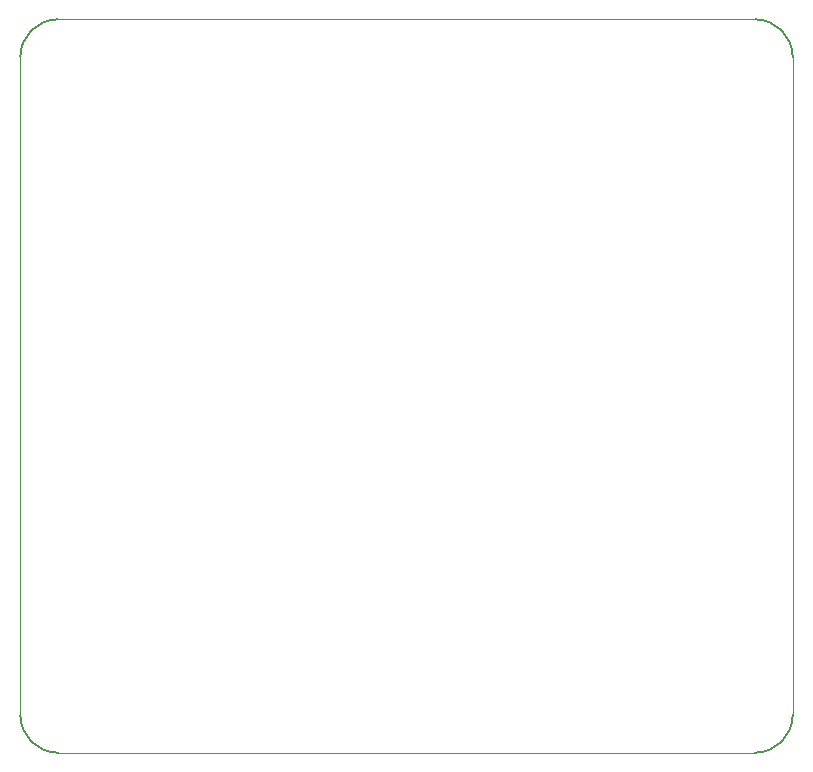
<source format=gm1>
%TF.GenerationSoftware,KiCad,Pcbnew,(6.0.0)*%
%TF.CreationDate,2022-08-30T12:58:25+02:00*%
%TF.ProjectId,OBJEX-EHDK_v1.0,4f424a45-582d-4454-9844-4b5f76312e30,1.0*%
%TF.SameCoordinates,Original*%
%TF.FileFunction,Profile,NP*%
%FSLAX46Y46*%
G04 Gerber Fmt 4.6, Leading zero omitted, Abs format (unit mm)*
G04 Created by KiCad (PCBNEW (6.0.0)) date 2022-08-30 12:58:25*
%MOMM*%
%LPD*%
G01*
G04 APERTURE LIST*
%TA.AperFunction,Profile*%
%ADD10C,0.150000*%
%TD*%
%TA.AperFunction,Profile*%
%ADD11C,0.100000*%
%TD*%
G04 APERTURE END LIST*
D10*
X94200000Y-59600000D02*
G75*
G03*
X91000000Y-62800000I2J-3200002D01*
G01*
D11*
X91000000Y-62800000D02*
X91000000Y-118500000D01*
X94200000Y-121700000D02*
X153200000Y-121700000D01*
D10*
X156400000Y-62800000D02*
G75*
G03*
X153200000Y-59600000I-3200002J-2D01*
G01*
X91000000Y-118500000D02*
G75*
G03*
X94200000Y-121700000I3200002J2D01*
G01*
X153200000Y-121700000D02*
G75*
G03*
X156400000Y-118500000I-2J3200002D01*
G01*
D11*
X156400000Y-118500000D02*
X156400000Y-62800000D01*
X153200000Y-59600000D02*
X94200000Y-59600000D01*
M02*

</source>
